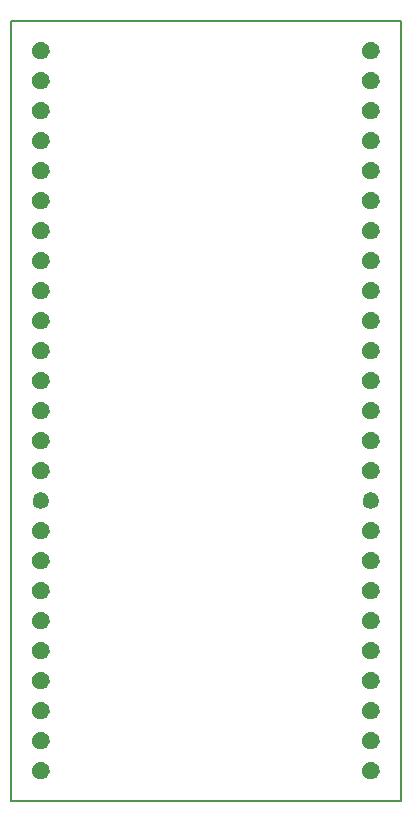
<source format=gbr>
%TF.GenerationSoftware,KiCad,Pcbnew,4.0.2-stable*%
%TF.CreationDate,2021-11-10T19:01:32-08:00*%
%TF.ProjectId,ADC,4144432E6B696361645F706362000000,rev?*%
%TF.FileFunction,Soldermask,Bot*%
%FSLAX46Y46*%
G04 Gerber Fmt 4.6, Leading zero omitted, Abs format (unit mm)*
G04 Created by KiCad (PCBNEW 4.0.2-stable) date 11/10/2021 7:01:32 PM*
%MOMM*%
G01*
G04 APERTURE LIST*
%ADD10C,0.100000*%
%ADD11C,0.150000*%
G04 APERTURE END LIST*
D10*
D11*
X106680000Y-119380000D02*
X106680000Y-53340000D01*
X139700000Y-119380000D02*
X106680000Y-119380000D01*
X139700000Y-53340000D02*
X139700000Y-119380000D01*
X106680000Y-53340000D02*
X139700000Y-53340000D01*
D10*
G36*
X109298702Y-116091198D02*
X109442646Y-116120745D01*
X109578110Y-116177689D01*
X109699932Y-116259860D01*
X109803477Y-116364130D01*
X109884793Y-116486520D01*
X109884794Y-116486523D01*
X109940791Y-116622380D01*
X109962561Y-116732326D01*
X109967263Y-116756070D01*
X109969333Y-116766527D01*
X109966989Y-116934367D01*
X109966949Y-116934543D01*
X109934434Y-117077661D01*
X109874665Y-117211904D01*
X109789963Y-117331976D01*
X109739421Y-117380106D01*
X109683548Y-117433314D01*
X109621512Y-117472683D01*
X109559477Y-117512052D01*
X109422477Y-117565190D01*
X109277762Y-117590708D01*
X109130850Y-117587630D01*
X108987337Y-117556077D01*
X108951240Y-117540306D01*
X108852678Y-117497246D01*
X108852675Y-117497244D01*
X108732012Y-117413382D01*
X108629935Y-117307678D01*
X108550335Y-117184162D01*
X108496242Y-117047538D01*
X108469715Y-116903004D01*
X108471766Y-116756070D01*
X108502318Y-116612337D01*
X108531262Y-116544807D01*
X108560206Y-116477275D01*
X108643225Y-116356028D01*
X108748214Y-116253216D01*
X108871172Y-116172754D01*
X108889052Y-116165530D01*
X109007417Y-116117707D01*
X109151761Y-116090172D01*
X109298702Y-116091198D01*
X109298702Y-116091198D01*
G37*
G36*
X137238702Y-116091198D02*
X137382646Y-116120745D01*
X137518110Y-116177689D01*
X137639932Y-116259860D01*
X137743477Y-116364130D01*
X137824793Y-116486520D01*
X137824794Y-116486523D01*
X137880791Y-116622380D01*
X137902561Y-116732326D01*
X137907263Y-116756070D01*
X137909333Y-116766527D01*
X137906989Y-116934367D01*
X137906949Y-116934543D01*
X137874434Y-117077661D01*
X137814665Y-117211904D01*
X137729963Y-117331976D01*
X137679421Y-117380106D01*
X137623548Y-117433314D01*
X137561512Y-117472683D01*
X137499477Y-117512052D01*
X137362477Y-117565190D01*
X137217762Y-117590708D01*
X137070850Y-117587630D01*
X136927337Y-117556077D01*
X136891240Y-117540306D01*
X136792678Y-117497246D01*
X136792675Y-117497244D01*
X136672012Y-117413382D01*
X136569935Y-117307678D01*
X136490335Y-117184162D01*
X136436242Y-117047538D01*
X136409715Y-116903004D01*
X136411766Y-116756070D01*
X136442318Y-116612337D01*
X136471262Y-116544807D01*
X136500206Y-116477275D01*
X136583225Y-116356028D01*
X136688214Y-116253216D01*
X136811172Y-116172754D01*
X136829052Y-116165530D01*
X136947417Y-116117707D01*
X137091761Y-116090172D01*
X137238702Y-116091198D01*
X137238702Y-116091198D01*
G37*
G36*
X137238702Y-113551198D02*
X137382646Y-113580745D01*
X137518110Y-113637689D01*
X137639932Y-113719860D01*
X137743477Y-113824130D01*
X137824793Y-113946520D01*
X137824794Y-113946523D01*
X137880791Y-114082380D01*
X137902561Y-114192326D01*
X137907263Y-114216070D01*
X137909333Y-114226527D01*
X137906989Y-114394367D01*
X137906949Y-114394543D01*
X137874434Y-114537661D01*
X137814665Y-114671904D01*
X137729963Y-114791976D01*
X137679421Y-114840106D01*
X137623548Y-114893314D01*
X137561513Y-114932682D01*
X137499477Y-114972052D01*
X137362477Y-115025190D01*
X137217762Y-115050708D01*
X137070850Y-115047630D01*
X136927337Y-115016077D01*
X136891240Y-115000306D01*
X136792678Y-114957246D01*
X136792675Y-114957244D01*
X136672012Y-114873382D01*
X136569935Y-114767678D01*
X136490335Y-114644162D01*
X136436242Y-114507538D01*
X136409715Y-114363004D01*
X136411766Y-114216070D01*
X136442318Y-114072337D01*
X136471262Y-114004807D01*
X136500206Y-113937275D01*
X136583225Y-113816028D01*
X136688214Y-113713216D01*
X136811172Y-113632754D01*
X136829052Y-113625530D01*
X136947417Y-113577707D01*
X137091761Y-113550172D01*
X137238702Y-113551198D01*
X137238702Y-113551198D01*
G37*
G36*
X109298702Y-113551198D02*
X109442646Y-113580745D01*
X109578110Y-113637689D01*
X109699932Y-113719860D01*
X109803477Y-113824130D01*
X109884793Y-113946520D01*
X109884794Y-113946523D01*
X109940791Y-114082380D01*
X109962561Y-114192326D01*
X109967263Y-114216070D01*
X109969333Y-114226527D01*
X109966989Y-114394367D01*
X109966949Y-114394543D01*
X109934434Y-114537661D01*
X109874665Y-114671904D01*
X109789963Y-114791976D01*
X109739421Y-114840106D01*
X109683548Y-114893314D01*
X109621513Y-114932682D01*
X109559477Y-114972052D01*
X109422477Y-115025190D01*
X109277762Y-115050708D01*
X109130850Y-115047630D01*
X108987337Y-115016077D01*
X108951240Y-115000306D01*
X108852678Y-114957246D01*
X108852675Y-114957244D01*
X108732012Y-114873382D01*
X108629935Y-114767678D01*
X108550335Y-114644162D01*
X108496242Y-114507538D01*
X108469715Y-114363004D01*
X108471766Y-114216070D01*
X108502318Y-114072337D01*
X108531262Y-114004807D01*
X108560206Y-113937275D01*
X108643225Y-113816028D01*
X108748214Y-113713216D01*
X108871172Y-113632754D01*
X108889052Y-113625530D01*
X109007417Y-113577707D01*
X109151761Y-113550172D01*
X109298702Y-113551198D01*
X109298702Y-113551198D01*
G37*
G36*
X137238702Y-111011198D02*
X137382646Y-111040745D01*
X137518110Y-111097689D01*
X137639932Y-111179860D01*
X137743477Y-111284130D01*
X137824793Y-111406520D01*
X137824794Y-111406523D01*
X137880791Y-111542380D01*
X137902561Y-111652326D01*
X137907263Y-111676070D01*
X137909333Y-111686527D01*
X137906989Y-111854367D01*
X137906949Y-111854543D01*
X137874434Y-111997661D01*
X137814665Y-112131904D01*
X137729963Y-112251976D01*
X137679421Y-112300107D01*
X137623548Y-112353314D01*
X137561513Y-112392682D01*
X137499477Y-112432052D01*
X137362477Y-112485190D01*
X137217762Y-112510708D01*
X137070850Y-112507630D01*
X136927337Y-112476077D01*
X136891240Y-112460306D01*
X136792678Y-112417246D01*
X136792675Y-112417244D01*
X136672012Y-112333382D01*
X136569935Y-112227678D01*
X136490335Y-112104162D01*
X136436242Y-111967538D01*
X136409715Y-111823004D01*
X136411766Y-111676070D01*
X136442318Y-111532337D01*
X136471262Y-111464807D01*
X136500206Y-111397275D01*
X136583225Y-111276028D01*
X136688214Y-111173216D01*
X136811172Y-111092754D01*
X136829052Y-111085530D01*
X136947417Y-111037707D01*
X137091761Y-111010172D01*
X137238702Y-111011198D01*
X137238702Y-111011198D01*
G37*
G36*
X109298702Y-111011198D02*
X109442646Y-111040745D01*
X109578110Y-111097689D01*
X109699932Y-111179860D01*
X109803477Y-111284130D01*
X109884793Y-111406520D01*
X109884794Y-111406523D01*
X109940791Y-111542380D01*
X109962561Y-111652326D01*
X109967263Y-111676070D01*
X109969333Y-111686527D01*
X109966989Y-111854367D01*
X109966949Y-111854543D01*
X109934434Y-111997661D01*
X109874665Y-112131904D01*
X109789963Y-112251976D01*
X109739421Y-112300107D01*
X109683548Y-112353314D01*
X109621513Y-112392682D01*
X109559477Y-112432052D01*
X109422477Y-112485190D01*
X109277762Y-112510708D01*
X109130850Y-112507630D01*
X108987337Y-112476077D01*
X108951240Y-112460306D01*
X108852678Y-112417246D01*
X108852675Y-112417244D01*
X108732012Y-112333382D01*
X108629935Y-112227678D01*
X108550335Y-112104162D01*
X108496242Y-111967538D01*
X108469715Y-111823004D01*
X108471766Y-111676070D01*
X108502318Y-111532337D01*
X108531262Y-111464807D01*
X108560206Y-111397275D01*
X108643225Y-111276028D01*
X108748214Y-111173216D01*
X108871172Y-111092754D01*
X108889052Y-111085530D01*
X109007417Y-111037707D01*
X109151761Y-111010172D01*
X109298702Y-111011198D01*
X109298702Y-111011198D01*
G37*
G36*
X109298702Y-108471198D02*
X109442646Y-108500745D01*
X109578110Y-108557689D01*
X109699932Y-108639860D01*
X109803477Y-108744130D01*
X109884793Y-108866520D01*
X109884794Y-108866523D01*
X109940791Y-109002380D01*
X109962561Y-109112326D01*
X109967263Y-109136070D01*
X109969333Y-109146527D01*
X109966989Y-109314367D01*
X109966949Y-109314543D01*
X109934434Y-109457661D01*
X109874665Y-109591904D01*
X109789963Y-109711976D01*
X109739421Y-109760106D01*
X109683548Y-109813314D01*
X109621513Y-109852682D01*
X109559477Y-109892052D01*
X109422477Y-109945190D01*
X109277762Y-109970708D01*
X109130850Y-109967630D01*
X108987337Y-109936077D01*
X108951240Y-109920306D01*
X108852678Y-109877246D01*
X108852675Y-109877244D01*
X108732012Y-109793382D01*
X108629935Y-109687678D01*
X108550335Y-109564162D01*
X108496242Y-109427538D01*
X108469715Y-109283004D01*
X108471766Y-109136070D01*
X108502318Y-108992337D01*
X108560206Y-108857275D01*
X108643225Y-108736028D01*
X108748214Y-108633216D01*
X108871172Y-108552754D01*
X108889052Y-108545530D01*
X109007417Y-108497707D01*
X109151761Y-108470172D01*
X109298702Y-108471198D01*
X109298702Y-108471198D01*
G37*
G36*
X137238702Y-108471198D02*
X137382646Y-108500745D01*
X137518110Y-108557689D01*
X137639932Y-108639860D01*
X137743477Y-108744130D01*
X137824793Y-108866520D01*
X137824794Y-108866523D01*
X137880791Y-109002380D01*
X137902561Y-109112326D01*
X137907263Y-109136070D01*
X137909333Y-109146527D01*
X137906989Y-109314367D01*
X137906949Y-109314543D01*
X137874434Y-109457661D01*
X137814665Y-109591904D01*
X137729963Y-109711976D01*
X137679421Y-109760106D01*
X137623548Y-109813314D01*
X137561513Y-109852682D01*
X137499477Y-109892052D01*
X137362477Y-109945190D01*
X137217762Y-109970708D01*
X137070850Y-109967630D01*
X136927337Y-109936077D01*
X136891240Y-109920306D01*
X136792678Y-109877246D01*
X136792675Y-109877244D01*
X136672012Y-109793382D01*
X136569935Y-109687678D01*
X136490335Y-109564162D01*
X136436242Y-109427538D01*
X136409715Y-109283004D01*
X136411766Y-109136070D01*
X136442318Y-108992337D01*
X136500206Y-108857275D01*
X136583225Y-108736028D01*
X136688214Y-108633216D01*
X136811172Y-108552754D01*
X136829052Y-108545530D01*
X136947417Y-108497707D01*
X137091761Y-108470172D01*
X137238702Y-108471198D01*
X137238702Y-108471198D01*
G37*
G36*
X137238702Y-105931198D02*
X137382646Y-105960745D01*
X137518110Y-106017689D01*
X137639932Y-106099860D01*
X137743477Y-106204130D01*
X137824793Y-106326520D01*
X137824794Y-106326523D01*
X137880791Y-106462380D01*
X137902561Y-106572326D01*
X137907263Y-106596070D01*
X137909333Y-106606527D01*
X137906989Y-106774367D01*
X137906949Y-106774543D01*
X137874434Y-106917661D01*
X137814665Y-107051904D01*
X137729963Y-107171976D01*
X137679421Y-107220106D01*
X137623548Y-107273314D01*
X137561512Y-107312683D01*
X137499477Y-107352052D01*
X137362477Y-107405190D01*
X137217762Y-107430708D01*
X137070850Y-107427630D01*
X136927337Y-107396077D01*
X136891240Y-107380306D01*
X136792678Y-107337246D01*
X136792675Y-107337244D01*
X136672012Y-107253382D01*
X136569935Y-107147678D01*
X136490335Y-107024162D01*
X136436242Y-106887538D01*
X136409715Y-106743004D01*
X136411766Y-106596070D01*
X136442318Y-106452337D01*
X136500206Y-106317275D01*
X136583225Y-106196028D01*
X136688214Y-106093216D01*
X136811172Y-106012754D01*
X136829052Y-106005530D01*
X136947417Y-105957707D01*
X137091761Y-105930172D01*
X137238702Y-105931198D01*
X137238702Y-105931198D01*
G37*
G36*
X109298702Y-105931198D02*
X109442646Y-105960745D01*
X109578110Y-106017689D01*
X109699932Y-106099860D01*
X109803477Y-106204130D01*
X109884793Y-106326520D01*
X109884794Y-106326523D01*
X109940791Y-106462380D01*
X109962561Y-106572326D01*
X109967263Y-106596070D01*
X109969333Y-106606527D01*
X109966989Y-106774367D01*
X109966949Y-106774543D01*
X109934434Y-106917661D01*
X109874665Y-107051904D01*
X109789963Y-107171976D01*
X109739421Y-107220106D01*
X109683548Y-107273314D01*
X109621512Y-107312683D01*
X109559477Y-107352052D01*
X109422477Y-107405190D01*
X109277762Y-107430708D01*
X109130850Y-107427630D01*
X108987337Y-107396077D01*
X108951240Y-107380306D01*
X108852678Y-107337246D01*
X108852675Y-107337244D01*
X108732012Y-107253382D01*
X108629935Y-107147678D01*
X108550335Y-107024162D01*
X108496242Y-106887538D01*
X108469715Y-106743004D01*
X108471766Y-106596070D01*
X108502318Y-106452337D01*
X108560206Y-106317275D01*
X108643225Y-106196028D01*
X108748214Y-106093216D01*
X108871172Y-106012754D01*
X108889052Y-106005530D01*
X109007417Y-105957707D01*
X109151761Y-105930172D01*
X109298702Y-105931198D01*
X109298702Y-105931198D01*
G37*
G36*
X109298702Y-103391198D02*
X109442646Y-103420745D01*
X109578110Y-103477689D01*
X109699932Y-103559860D01*
X109803477Y-103664130D01*
X109884793Y-103786520D01*
X109884794Y-103786523D01*
X109940791Y-103922380D01*
X109962561Y-104032326D01*
X109967263Y-104056070D01*
X109969333Y-104066527D01*
X109966989Y-104234367D01*
X109966949Y-104234543D01*
X109934434Y-104377661D01*
X109874665Y-104511904D01*
X109789963Y-104631976D01*
X109739421Y-104680107D01*
X109683548Y-104733314D01*
X109621512Y-104772683D01*
X109559477Y-104812052D01*
X109422477Y-104865190D01*
X109277762Y-104890708D01*
X109130850Y-104887630D01*
X108987337Y-104856077D01*
X108951240Y-104840306D01*
X108852678Y-104797246D01*
X108852675Y-104797244D01*
X108732012Y-104713382D01*
X108629935Y-104607678D01*
X108550335Y-104484162D01*
X108496242Y-104347538D01*
X108469715Y-104203004D01*
X108471766Y-104056070D01*
X108502318Y-103912337D01*
X108531262Y-103844807D01*
X108560206Y-103777275D01*
X108643225Y-103656028D01*
X108748214Y-103553216D01*
X108871172Y-103472754D01*
X108889052Y-103465530D01*
X109007417Y-103417707D01*
X109151761Y-103390172D01*
X109298702Y-103391198D01*
X109298702Y-103391198D01*
G37*
G36*
X137238702Y-103391198D02*
X137382646Y-103420745D01*
X137518110Y-103477689D01*
X137639932Y-103559860D01*
X137743477Y-103664130D01*
X137824793Y-103786520D01*
X137824794Y-103786523D01*
X137880791Y-103922380D01*
X137902561Y-104032326D01*
X137907263Y-104056070D01*
X137909333Y-104066527D01*
X137906989Y-104234367D01*
X137906949Y-104234543D01*
X137874434Y-104377661D01*
X137814665Y-104511904D01*
X137729963Y-104631976D01*
X137679421Y-104680107D01*
X137623548Y-104733314D01*
X137561512Y-104772683D01*
X137499477Y-104812052D01*
X137362477Y-104865190D01*
X137217762Y-104890708D01*
X137070850Y-104887630D01*
X136927337Y-104856077D01*
X136891240Y-104840306D01*
X136792678Y-104797246D01*
X136792675Y-104797244D01*
X136672012Y-104713382D01*
X136569935Y-104607678D01*
X136490335Y-104484162D01*
X136436242Y-104347538D01*
X136409715Y-104203004D01*
X136411766Y-104056070D01*
X136442318Y-103912337D01*
X136471262Y-103844807D01*
X136500206Y-103777275D01*
X136583225Y-103656028D01*
X136688214Y-103553216D01*
X136811172Y-103472754D01*
X136829052Y-103465530D01*
X136947417Y-103417707D01*
X137091761Y-103390172D01*
X137238702Y-103391198D01*
X137238702Y-103391198D01*
G37*
G36*
X137238702Y-100851198D02*
X137382646Y-100880745D01*
X137518110Y-100937689D01*
X137639932Y-101019860D01*
X137743477Y-101124130D01*
X137824793Y-101246520D01*
X137824794Y-101246523D01*
X137880791Y-101382380D01*
X137902561Y-101492326D01*
X137907263Y-101516070D01*
X137909333Y-101526527D01*
X137906989Y-101694367D01*
X137906949Y-101694543D01*
X137874434Y-101837661D01*
X137814665Y-101971904D01*
X137729963Y-102091976D01*
X137679421Y-102140107D01*
X137623548Y-102193314D01*
X137561513Y-102232682D01*
X137499477Y-102272052D01*
X137362477Y-102325190D01*
X137217762Y-102350708D01*
X137070850Y-102347630D01*
X136927337Y-102316077D01*
X136891240Y-102300306D01*
X136792678Y-102257246D01*
X136792675Y-102257244D01*
X136672012Y-102173382D01*
X136569935Y-102067678D01*
X136490335Y-101944162D01*
X136436242Y-101807538D01*
X136409715Y-101663004D01*
X136411766Y-101516070D01*
X136442318Y-101372337D01*
X136500206Y-101237275D01*
X136583225Y-101116028D01*
X136688214Y-101013216D01*
X136811172Y-100932754D01*
X136829052Y-100925530D01*
X136947417Y-100877707D01*
X137091761Y-100850172D01*
X137238702Y-100851198D01*
X137238702Y-100851198D01*
G37*
G36*
X109298702Y-100851198D02*
X109442646Y-100880745D01*
X109578110Y-100937689D01*
X109699932Y-101019860D01*
X109803477Y-101124130D01*
X109884793Y-101246520D01*
X109884794Y-101246523D01*
X109940791Y-101382380D01*
X109962561Y-101492326D01*
X109967263Y-101516070D01*
X109969333Y-101526527D01*
X109966989Y-101694367D01*
X109966949Y-101694543D01*
X109934434Y-101837661D01*
X109874665Y-101971904D01*
X109789963Y-102091976D01*
X109739421Y-102140107D01*
X109683548Y-102193314D01*
X109621513Y-102232682D01*
X109559477Y-102272052D01*
X109422477Y-102325190D01*
X109277762Y-102350708D01*
X109130850Y-102347630D01*
X108987337Y-102316077D01*
X108951240Y-102300306D01*
X108852678Y-102257246D01*
X108852675Y-102257244D01*
X108732012Y-102173382D01*
X108629935Y-102067678D01*
X108550335Y-101944162D01*
X108496242Y-101807538D01*
X108469715Y-101663004D01*
X108471766Y-101516070D01*
X108502318Y-101372337D01*
X108560206Y-101237275D01*
X108643225Y-101116028D01*
X108748214Y-101013216D01*
X108871172Y-100932754D01*
X108889052Y-100925530D01*
X109007417Y-100877707D01*
X109151761Y-100850172D01*
X109298702Y-100851198D01*
X109298702Y-100851198D01*
G37*
G36*
X109298702Y-98311198D02*
X109442646Y-98340745D01*
X109578110Y-98397689D01*
X109699932Y-98479860D01*
X109803477Y-98584130D01*
X109884793Y-98706520D01*
X109884794Y-98706523D01*
X109940791Y-98842380D01*
X109962561Y-98952326D01*
X109967263Y-98976070D01*
X109969333Y-98986527D01*
X109966989Y-99154367D01*
X109966949Y-99154543D01*
X109934434Y-99297661D01*
X109874665Y-99431904D01*
X109789963Y-99551976D01*
X109739421Y-99600106D01*
X109683548Y-99653314D01*
X109621513Y-99692682D01*
X109559477Y-99732052D01*
X109422477Y-99785190D01*
X109277762Y-99810708D01*
X109130850Y-99807630D01*
X108987337Y-99776077D01*
X108951240Y-99760306D01*
X108852678Y-99717246D01*
X108852675Y-99717244D01*
X108732012Y-99633382D01*
X108629935Y-99527678D01*
X108550335Y-99404162D01*
X108496242Y-99267538D01*
X108469715Y-99123004D01*
X108471766Y-98976070D01*
X108502318Y-98832337D01*
X108560206Y-98697275D01*
X108643225Y-98576028D01*
X108748214Y-98473216D01*
X108871172Y-98392754D01*
X108889052Y-98385530D01*
X109007417Y-98337707D01*
X109151761Y-98310172D01*
X109298702Y-98311198D01*
X109298702Y-98311198D01*
G37*
G36*
X137238702Y-98311198D02*
X137382646Y-98340745D01*
X137518110Y-98397689D01*
X137639932Y-98479860D01*
X137743477Y-98584130D01*
X137824793Y-98706520D01*
X137824794Y-98706523D01*
X137880791Y-98842380D01*
X137902561Y-98952326D01*
X137907263Y-98976070D01*
X137909333Y-98986527D01*
X137906989Y-99154367D01*
X137906949Y-99154543D01*
X137874434Y-99297661D01*
X137814665Y-99431904D01*
X137729963Y-99551976D01*
X137679421Y-99600106D01*
X137623548Y-99653314D01*
X137561513Y-99692682D01*
X137499477Y-99732052D01*
X137362477Y-99785190D01*
X137217762Y-99810708D01*
X137070850Y-99807630D01*
X136927337Y-99776077D01*
X136891240Y-99760306D01*
X136792678Y-99717246D01*
X136792675Y-99717244D01*
X136672012Y-99633382D01*
X136569935Y-99527678D01*
X136490335Y-99404162D01*
X136436242Y-99267538D01*
X136409715Y-99123004D01*
X136411766Y-98976070D01*
X136442318Y-98832337D01*
X136500206Y-98697275D01*
X136583225Y-98576028D01*
X136688214Y-98473216D01*
X136811172Y-98392754D01*
X136829052Y-98385530D01*
X136947417Y-98337707D01*
X137091761Y-98310172D01*
X137238702Y-98311198D01*
X137238702Y-98311198D01*
G37*
G36*
X109298702Y-95771198D02*
X109442646Y-95800745D01*
X109578110Y-95857689D01*
X109699932Y-95939860D01*
X109803477Y-96044130D01*
X109884793Y-96166520D01*
X109884794Y-96166523D01*
X109940791Y-96302380D01*
X109962561Y-96412326D01*
X109967263Y-96436070D01*
X109969333Y-96446527D01*
X109966989Y-96614367D01*
X109966949Y-96614543D01*
X109934434Y-96757661D01*
X109874665Y-96891904D01*
X109789963Y-97011976D01*
X109739421Y-97060106D01*
X109683548Y-97113314D01*
X109621513Y-97152682D01*
X109559477Y-97192052D01*
X109422477Y-97245190D01*
X109277762Y-97270708D01*
X109130850Y-97267630D01*
X108987337Y-97236077D01*
X108951240Y-97220306D01*
X108852678Y-97177246D01*
X108852675Y-97177244D01*
X108732012Y-97093382D01*
X108629935Y-96987678D01*
X108550335Y-96864162D01*
X108496242Y-96727538D01*
X108469715Y-96583004D01*
X108471766Y-96436070D01*
X108502318Y-96292337D01*
X108531262Y-96224807D01*
X108560206Y-96157275D01*
X108643225Y-96036028D01*
X108748214Y-95933216D01*
X108871172Y-95852754D01*
X108889052Y-95845530D01*
X109007417Y-95797707D01*
X109151761Y-95770172D01*
X109298702Y-95771198D01*
X109298702Y-95771198D01*
G37*
G36*
X137238702Y-95771198D02*
X137382646Y-95800745D01*
X137518110Y-95857689D01*
X137639932Y-95939860D01*
X137743477Y-96044130D01*
X137824793Y-96166520D01*
X137824794Y-96166523D01*
X137880791Y-96302380D01*
X137902561Y-96412326D01*
X137907263Y-96436070D01*
X137909333Y-96446527D01*
X137906989Y-96614367D01*
X137906949Y-96614543D01*
X137874434Y-96757661D01*
X137814665Y-96891904D01*
X137729963Y-97011976D01*
X137679421Y-97060106D01*
X137623548Y-97113314D01*
X137561512Y-97152683D01*
X137499477Y-97192052D01*
X137362477Y-97245190D01*
X137217762Y-97270708D01*
X137070850Y-97267630D01*
X136927337Y-97236077D01*
X136891240Y-97220306D01*
X136792678Y-97177246D01*
X136792675Y-97177244D01*
X136672012Y-97093382D01*
X136569935Y-96987678D01*
X136490335Y-96864162D01*
X136436242Y-96727538D01*
X136409715Y-96583004D01*
X136411766Y-96436070D01*
X136442318Y-96292337D01*
X136471262Y-96224807D01*
X136500206Y-96157275D01*
X136583225Y-96036028D01*
X136688214Y-95933216D01*
X136811172Y-95852754D01*
X136829052Y-95845530D01*
X136947417Y-95797707D01*
X137091761Y-95770172D01*
X137238702Y-95771198D01*
X137238702Y-95771198D01*
G37*
G36*
X109292032Y-93294656D02*
X109423778Y-93321699D01*
X109547762Y-93373817D01*
X109659260Y-93449024D01*
X109754030Y-93544458D01*
X109828458Y-93656479D01*
X109879708Y-93780822D01*
X109905795Y-93912574D01*
X109905795Y-93912582D01*
X109905829Y-93912754D01*
X109903684Y-94066369D01*
X109903645Y-94066540D01*
X109903645Y-94066546D01*
X109873889Y-94197521D01*
X109819185Y-94320387D01*
X109741662Y-94430283D01*
X109644265Y-94523033D01*
X109530708Y-94595098D01*
X109405318Y-94643733D01*
X109272867Y-94667089D01*
X109138405Y-94664272D01*
X109007055Y-94635393D01*
X108883803Y-94581546D01*
X108773367Y-94504790D01*
X108679941Y-94408045D01*
X108607086Y-94294996D01*
X108557577Y-94169951D01*
X108533298Y-94037666D01*
X108535176Y-93903183D01*
X108563138Y-93771630D01*
X108616120Y-93648015D01*
X108692104Y-93537043D01*
X108788195Y-93442944D01*
X108900736Y-93369299D01*
X109025431Y-93318919D01*
X109157545Y-93293716D01*
X109292032Y-93294656D01*
X109292032Y-93294656D01*
G37*
G36*
X137232032Y-93294656D02*
X137363778Y-93321699D01*
X137487762Y-93373817D01*
X137599260Y-93449024D01*
X137694030Y-93544458D01*
X137768458Y-93656479D01*
X137819708Y-93780822D01*
X137845795Y-93912574D01*
X137845795Y-93912582D01*
X137845829Y-93912754D01*
X137843684Y-94066369D01*
X137843645Y-94066540D01*
X137843645Y-94066546D01*
X137813889Y-94197521D01*
X137759185Y-94320387D01*
X137681662Y-94430283D01*
X137584265Y-94523033D01*
X137470708Y-94595098D01*
X137345318Y-94643733D01*
X137212867Y-94667089D01*
X137078405Y-94664272D01*
X136947055Y-94635393D01*
X136823803Y-94581546D01*
X136713367Y-94504790D01*
X136619941Y-94408045D01*
X136547086Y-94294996D01*
X136497577Y-94169951D01*
X136473298Y-94037666D01*
X136475176Y-93903183D01*
X136503138Y-93771630D01*
X136556120Y-93648015D01*
X136632104Y-93537043D01*
X136728195Y-93442944D01*
X136840736Y-93369299D01*
X136965431Y-93318919D01*
X137097545Y-93293716D01*
X137232032Y-93294656D01*
X137232032Y-93294656D01*
G37*
G36*
X109298702Y-90691198D02*
X109442646Y-90720745D01*
X109578110Y-90777689D01*
X109699932Y-90859860D01*
X109803477Y-90964130D01*
X109884793Y-91086520D01*
X109884794Y-91086523D01*
X109940791Y-91222380D01*
X109962561Y-91332326D01*
X109967263Y-91356070D01*
X109969333Y-91366527D01*
X109966989Y-91534367D01*
X109966949Y-91534543D01*
X109934434Y-91677661D01*
X109874665Y-91811904D01*
X109789963Y-91931976D01*
X109739421Y-91980107D01*
X109683548Y-92033314D01*
X109621512Y-92072683D01*
X109559477Y-92112052D01*
X109422477Y-92165190D01*
X109277762Y-92190708D01*
X109130850Y-92187630D01*
X108987337Y-92156077D01*
X108951240Y-92140306D01*
X108852678Y-92097246D01*
X108852675Y-92097244D01*
X108732012Y-92013382D01*
X108629935Y-91907678D01*
X108550335Y-91784162D01*
X108496242Y-91647538D01*
X108469715Y-91503004D01*
X108471766Y-91356070D01*
X108502318Y-91212337D01*
X108560206Y-91077275D01*
X108643225Y-90956028D01*
X108748214Y-90853216D01*
X108871172Y-90772754D01*
X108889052Y-90765530D01*
X109007417Y-90717707D01*
X109151761Y-90690172D01*
X109298702Y-90691198D01*
X109298702Y-90691198D01*
G37*
G36*
X137238702Y-90691198D02*
X137382646Y-90720745D01*
X137518110Y-90777689D01*
X137639932Y-90859860D01*
X137743477Y-90964130D01*
X137824793Y-91086520D01*
X137824794Y-91086523D01*
X137880791Y-91222380D01*
X137902561Y-91332326D01*
X137907263Y-91356070D01*
X137909333Y-91366527D01*
X137906989Y-91534367D01*
X137906949Y-91534543D01*
X137874434Y-91677661D01*
X137814665Y-91811904D01*
X137729963Y-91931976D01*
X137679421Y-91980107D01*
X137623548Y-92033314D01*
X137561513Y-92072682D01*
X137499477Y-92112052D01*
X137362477Y-92165190D01*
X137217762Y-92190708D01*
X137070850Y-92187630D01*
X136927337Y-92156077D01*
X136891240Y-92140306D01*
X136792678Y-92097246D01*
X136792675Y-92097244D01*
X136672012Y-92013382D01*
X136569935Y-91907678D01*
X136490335Y-91784162D01*
X136436242Y-91647538D01*
X136409715Y-91503004D01*
X136411766Y-91356070D01*
X136442318Y-91212337D01*
X136500206Y-91077275D01*
X136583225Y-90956028D01*
X136688214Y-90853216D01*
X136811172Y-90772754D01*
X136829052Y-90765530D01*
X136947417Y-90717707D01*
X137091761Y-90690172D01*
X137238702Y-90691198D01*
X137238702Y-90691198D01*
G37*
G36*
X109298702Y-88151198D02*
X109442646Y-88180745D01*
X109578110Y-88237689D01*
X109699932Y-88319860D01*
X109803477Y-88424130D01*
X109884793Y-88546520D01*
X109884794Y-88546523D01*
X109940791Y-88682380D01*
X109962561Y-88792326D01*
X109967263Y-88816070D01*
X109969333Y-88826527D01*
X109966989Y-88994367D01*
X109966949Y-88994543D01*
X109934434Y-89137661D01*
X109874665Y-89271904D01*
X109789963Y-89391976D01*
X109739421Y-89440106D01*
X109683548Y-89493314D01*
X109621513Y-89532682D01*
X109559477Y-89572052D01*
X109422477Y-89625190D01*
X109277762Y-89650708D01*
X109130850Y-89647630D01*
X108987337Y-89616077D01*
X108951240Y-89600306D01*
X108852678Y-89557246D01*
X108852675Y-89557244D01*
X108732012Y-89473382D01*
X108629935Y-89367678D01*
X108550335Y-89244162D01*
X108496242Y-89107538D01*
X108469715Y-88963004D01*
X108471766Y-88816070D01*
X108502318Y-88672337D01*
X108560206Y-88537275D01*
X108643225Y-88416028D01*
X108748214Y-88313216D01*
X108871172Y-88232754D01*
X108889052Y-88225530D01*
X109007417Y-88177707D01*
X109151761Y-88150172D01*
X109298702Y-88151198D01*
X109298702Y-88151198D01*
G37*
G36*
X137238702Y-88151198D02*
X137382646Y-88180745D01*
X137518110Y-88237689D01*
X137639932Y-88319860D01*
X137743477Y-88424130D01*
X137824793Y-88546520D01*
X137824794Y-88546523D01*
X137880791Y-88682380D01*
X137902561Y-88792326D01*
X137907263Y-88816070D01*
X137909333Y-88826527D01*
X137906989Y-88994367D01*
X137906949Y-88994543D01*
X137874434Y-89137661D01*
X137814665Y-89271904D01*
X137729963Y-89391976D01*
X137679421Y-89440106D01*
X137623548Y-89493314D01*
X137561513Y-89532682D01*
X137499477Y-89572052D01*
X137362477Y-89625190D01*
X137217762Y-89650708D01*
X137070850Y-89647630D01*
X136927337Y-89616077D01*
X136891240Y-89600306D01*
X136792678Y-89557246D01*
X136792675Y-89557244D01*
X136672012Y-89473382D01*
X136569935Y-89367678D01*
X136490335Y-89244162D01*
X136436242Y-89107538D01*
X136409715Y-88963004D01*
X136411766Y-88816070D01*
X136442318Y-88672337D01*
X136500206Y-88537275D01*
X136583225Y-88416028D01*
X136688214Y-88313216D01*
X136811172Y-88232754D01*
X136829052Y-88225530D01*
X136947417Y-88177707D01*
X137091761Y-88150172D01*
X137238702Y-88151198D01*
X137238702Y-88151198D01*
G37*
G36*
X109298702Y-85611198D02*
X109442646Y-85640745D01*
X109578110Y-85697689D01*
X109699932Y-85779860D01*
X109803477Y-85884130D01*
X109884793Y-86006520D01*
X109884794Y-86006523D01*
X109940791Y-86142380D01*
X109962561Y-86252326D01*
X109967263Y-86276070D01*
X109969333Y-86286527D01*
X109966989Y-86454367D01*
X109966949Y-86454543D01*
X109934434Y-86597661D01*
X109874665Y-86731904D01*
X109789963Y-86851976D01*
X109739421Y-86900106D01*
X109683548Y-86953314D01*
X109621513Y-86992682D01*
X109559477Y-87032052D01*
X109422477Y-87085190D01*
X109277762Y-87110708D01*
X109130850Y-87107630D01*
X108987337Y-87076077D01*
X108951240Y-87060306D01*
X108852678Y-87017246D01*
X108852675Y-87017244D01*
X108732012Y-86933382D01*
X108629935Y-86827678D01*
X108550335Y-86704162D01*
X108496242Y-86567538D01*
X108469715Y-86423004D01*
X108471766Y-86276070D01*
X108502318Y-86132337D01*
X108531262Y-86064807D01*
X108560206Y-85997275D01*
X108643225Y-85876028D01*
X108748214Y-85773216D01*
X108871172Y-85692754D01*
X108889052Y-85685530D01*
X109007417Y-85637707D01*
X109151761Y-85610172D01*
X109298702Y-85611198D01*
X109298702Y-85611198D01*
G37*
G36*
X137238702Y-85611198D02*
X137382646Y-85640745D01*
X137518110Y-85697689D01*
X137639932Y-85779860D01*
X137743477Y-85884130D01*
X137824793Y-86006520D01*
X137824794Y-86006523D01*
X137880791Y-86142380D01*
X137902561Y-86252326D01*
X137907263Y-86276070D01*
X137909333Y-86286527D01*
X137906989Y-86454367D01*
X137906949Y-86454543D01*
X137874434Y-86597661D01*
X137814665Y-86731904D01*
X137729963Y-86851976D01*
X137679421Y-86900106D01*
X137623548Y-86953314D01*
X137561513Y-86992682D01*
X137499477Y-87032052D01*
X137362477Y-87085190D01*
X137217762Y-87110708D01*
X137070850Y-87107630D01*
X136927337Y-87076077D01*
X136891240Y-87060306D01*
X136792678Y-87017246D01*
X136792675Y-87017244D01*
X136672012Y-86933382D01*
X136569935Y-86827678D01*
X136490335Y-86704162D01*
X136436242Y-86567538D01*
X136409715Y-86423004D01*
X136411766Y-86276070D01*
X136442318Y-86132337D01*
X136471262Y-86064807D01*
X136500206Y-85997275D01*
X136583225Y-85876028D01*
X136688214Y-85773216D01*
X136811172Y-85692754D01*
X136829052Y-85685530D01*
X136947417Y-85637707D01*
X137091761Y-85610172D01*
X137238702Y-85611198D01*
X137238702Y-85611198D01*
G37*
G36*
X109298702Y-83071198D02*
X109442646Y-83100745D01*
X109578110Y-83157689D01*
X109699932Y-83239860D01*
X109803477Y-83344130D01*
X109884793Y-83466520D01*
X109884794Y-83466523D01*
X109940791Y-83602380D01*
X109962561Y-83712326D01*
X109967263Y-83736070D01*
X109969333Y-83746527D01*
X109966989Y-83914367D01*
X109966949Y-83914543D01*
X109934434Y-84057661D01*
X109874665Y-84191904D01*
X109789963Y-84311976D01*
X109739421Y-84360106D01*
X109683548Y-84413314D01*
X109621512Y-84452683D01*
X109559477Y-84492052D01*
X109422477Y-84545190D01*
X109277762Y-84570708D01*
X109130850Y-84567630D01*
X108987337Y-84536077D01*
X108951240Y-84520306D01*
X108852678Y-84477246D01*
X108852675Y-84477244D01*
X108732012Y-84393382D01*
X108629935Y-84287678D01*
X108550335Y-84164162D01*
X108496242Y-84027538D01*
X108469715Y-83883004D01*
X108471766Y-83736070D01*
X108502318Y-83592337D01*
X108560206Y-83457275D01*
X108643225Y-83336028D01*
X108748214Y-83233216D01*
X108871172Y-83152754D01*
X108889052Y-83145530D01*
X109007417Y-83097707D01*
X109151761Y-83070172D01*
X109298702Y-83071198D01*
X109298702Y-83071198D01*
G37*
G36*
X137238702Y-83071198D02*
X137382646Y-83100745D01*
X137518110Y-83157689D01*
X137639932Y-83239860D01*
X137743477Y-83344130D01*
X137824793Y-83466520D01*
X137824794Y-83466523D01*
X137880791Y-83602380D01*
X137902561Y-83712326D01*
X137907263Y-83736070D01*
X137909333Y-83746527D01*
X137906989Y-83914367D01*
X137906949Y-83914543D01*
X137874434Y-84057661D01*
X137814665Y-84191904D01*
X137729963Y-84311976D01*
X137679421Y-84360106D01*
X137623548Y-84413314D01*
X137561512Y-84452683D01*
X137499477Y-84492052D01*
X137362477Y-84545190D01*
X137217762Y-84570708D01*
X137070850Y-84567630D01*
X136927337Y-84536077D01*
X136891240Y-84520306D01*
X136792678Y-84477246D01*
X136792675Y-84477244D01*
X136672012Y-84393382D01*
X136569935Y-84287678D01*
X136490335Y-84164162D01*
X136436242Y-84027538D01*
X136409715Y-83883004D01*
X136411766Y-83736070D01*
X136442318Y-83592337D01*
X136500206Y-83457275D01*
X136583225Y-83336028D01*
X136688214Y-83233216D01*
X136811172Y-83152754D01*
X136829052Y-83145530D01*
X136947417Y-83097707D01*
X137091761Y-83070172D01*
X137238702Y-83071198D01*
X137238702Y-83071198D01*
G37*
G36*
X109298702Y-80531198D02*
X109442646Y-80560745D01*
X109578110Y-80617689D01*
X109699932Y-80699860D01*
X109803477Y-80804130D01*
X109884793Y-80926520D01*
X109884794Y-80926523D01*
X109940791Y-81062380D01*
X109962561Y-81172326D01*
X109967263Y-81196070D01*
X109969333Y-81206527D01*
X109966989Y-81374367D01*
X109966949Y-81374543D01*
X109934434Y-81517661D01*
X109874665Y-81651904D01*
X109789963Y-81771976D01*
X109739421Y-81820107D01*
X109683548Y-81873314D01*
X109621513Y-81912682D01*
X109559477Y-81952052D01*
X109422477Y-82005190D01*
X109277762Y-82030708D01*
X109130850Y-82027630D01*
X108987337Y-81996077D01*
X108951240Y-81980306D01*
X108852678Y-81937246D01*
X108852675Y-81937244D01*
X108732012Y-81853382D01*
X108629935Y-81747678D01*
X108550335Y-81624162D01*
X108496242Y-81487538D01*
X108469715Y-81343004D01*
X108471766Y-81196070D01*
X108502318Y-81052337D01*
X108531262Y-80984807D01*
X108560206Y-80917275D01*
X108643225Y-80796028D01*
X108748214Y-80693216D01*
X108871172Y-80612754D01*
X108889052Y-80605530D01*
X109007417Y-80557707D01*
X109151761Y-80530172D01*
X109298702Y-80531198D01*
X109298702Y-80531198D01*
G37*
G36*
X137238702Y-80531198D02*
X137382646Y-80560745D01*
X137518110Y-80617689D01*
X137639932Y-80699860D01*
X137743477Y-80804130D01*
X137824793Y-80926520D01*
X137824794Y-80926523D01*
X137880791Y-81062380D01*
X137902561Y-81172326D01*
X137907263Y-81196070D01*
X137909333Y-81206527D01*
X137906989Y-81374367D01*
X137906949Y-81374543D01*
X137874434Y-81517661D01*
X137814665Y-81651904D01*
X137729963Y-81771976D01*
X137679421Y-81820107D01*
X137623548Y-81873314D01*
X137561513Y-81912682D01*
X137499477Y-81952052D01*
X137362477Y-82005190D01*
X137217762Y-82030708D01*
X137070850Y-82027630D01*
X136927337Y-81996077D01*
X136891240Y-81980306D01*
X136792678Y-81937246D01*
X136792675Y-81937244D01*
X136672012Y-81853382D01*
X136569935Y-81747678D01*
X136490335Y-81624162D01*
X136436242Y-81487538D01*
X136409715Y-81343004D01*
X136411766Y-81196070D01*
X136442318Y-81052337D01*
X136471262Y-80984807D01*
X136500206Y-80917275D01*
X136583225Y-80796028D01*
X136688214Y-80693216D01*
X136811172Y-80612754D01*
X136829052Y-80605530D01*
X136947417Y-80557707D01*
X137091761Y-80530172D01*
X137238702Y-80531198D01*
X137238702Y-80531198D01*
G37*
G36*
X109298702Y-77991198D02*
X109442646Y-78020745D01*
X109578110Y-78077689D01*
X109699932Y-78159860D01*
X109803477Y-78264130D01*
X109884793Y-78386520D01*
X109884794Y-78386523D01*
X109940791Y-78522380D01*
X109962561Y-78632326D01*
X109967263Y-78656070D01*
X109969333Y-78666527D01*
X109966989Y-78834367D01*
X109966949Y-78834543D01*
X109934434Y-78977661D01*
X109874665Y-79111904D01*
X109789963Y-79231976D01*
X109739421Y-79280107D01*
X109683548Y-79333314D01*
X109621512Y-79372683D01*
X109559477Y-79412052D01*
X109422477Y-79465190D01*
X109277762Y-79490708D01*
X109130850Y-79487630D01*
X108987337Y-79456077D01*
X108951240Y-79440306D01*
X108852678Y-79397246D01*
X108852675Y-79397244D01*
X108732012Y-79313382D01*
X108629935Y-79207678D01*
X108550335Y-79084162D01*
X108496242Y-78947538D01*
X108469715Y-78803004D01*
X108471766Y-78656070D01*
X108502318Y-78512337D01*
X108531262Y-78444807D01*
X108560206Y-78377275D01*
X108643225Y-78256028D01*
X108748214Y-78153216D01*
X108871172Y-78072754D01*
X108889052Y-78065530D01*
X109007417Y-78017707D01*
X109151761Y-77990172D01*
X109298702Y-77991198D01*
X109298702Y-77991198D01*
G37*
G36*
X137238702Y-77991198D02*
X137382646Y-78020745D01*
X137518110Y-78077689D01*
X137639932Y-78159860D01*
X137743477Y-78264130D01*
X137824793Y-78386520D01*
X137824794Y-78386523D01*
X137880791Y-78522380D01*
X137902561Y-78632326D01*
X137907263Y-78656070D01*
X137909333Y-78666527D01*
X137906989Y-78834367D01*
X137906949Y-78834543D01*
X137874434Y-78977661D01*
X137814665Y-79111904D01*
X137729963Y-79231976D01*
X137679421Y-79280107D01*
X137623548Y-79333314D01*
X137561512Y-79372683D01*
X137499477Y-79412052D01*
X137362477Y-79465190D01*
X137217762Y-79490708D01*
X137070850Y-79487630D01*
X136927337Y-79456077D01*
X136891240Y-79440306D01*
X136792678Y-79397246D01*
X136792675Y-79397244D01*
X136672012Y-79313382D01*
X136569935Y-79207678D01*
X136490335Y-79084162D01*
X136436242Y-78947538D01*
X136409715Y-78803004D01*
X136411766Y-78656070D01*
X136442318Y-78512337D01*
X136471262Y-78444807D01*
X136500206Y-78377275D01*
X136583225Y-78256028D01*
X136688214Y-78153216D01*
X136811172Y-78072754D01*
X136829052Y-78065530D01*
X136947417Y-78017707D01*
X137091761Y-77990172D01*
X137238702Y-77991198D01*
X137238702Y-77991198D01*
G37*
G36*
X137238702Y-75451198D02*
X137382646Y-75480745D01*
X137518110Y-75537689D01*
X137639932Y-75619860D01*
X137743477Y-75724130D01*
X137824793Y-75846520D01*
X137824794Y-75846523D01*
X137880791Y-75982380D01*
X137902561Y-76092326D01*
X137907263Y-76116070D01*
X137909333Y-76126527D01*
X137906989Y-76294367D01*
X137906949Y-76294543D01*
X137874434Y-76437661D01*
X137814665Y-76571904D01*
X137729963Y-76691976D01*
X137679421Y-76740106D01*
X137623548Y-76793314D01*
X137561513Y-76832682D01*
X137499477Y-76872052D01*
X137362477Y-76925190D01*
X137217762Y-76950708D01*
X137070850Y-76947630D01*
X136927337Y-76916077D01*
X136891240Y-76900306D01*
X136792678Y-76857246D01*
X136792675Y-76857244D01*
X136672012Y-76773382D01*
X136569935Y-76667678D01*
X136490335Y-76544162D01*
X136436242Y-76407538D01*
X136409715Y-76263004D01*
X136411766Y-76116070D01*
X136442318Y-75972337D01*
X136471262Y-75904807D01*
X136500206Y-75837275D01*
X136583225Y-75716028D01*
X136688214Y-75613216D01*
X136811172Y-75532754D01*
X136829052Y-75525530D01*
X136947417Y-75477707D01*
X137091761Y-75450172D01*
X137238702Y-75451198D01*
X137238702Y-75451198D01*
G37*
G36*
X109298702Y-75451198D02*
X109442646Y-75480745D01*
X109578110Y-75537689D01*
X109699932Y-75619860D01*
X109803477Y-75724130D01*
X109884793Y-75846520D01*
X109884794Y-75846523D01*
X109940791Y-75982380D01*
X109962561Y-76092326D01*
X109967263Y-76116070D01*
X109969333Y-76126527D01*
X109966989Y-76294367D01*
X109966949Y-76294543D01*
X109934434Y-76437661D01*
X109874665Y-76571904D01*
X109789963Y-76691976D01*
X109739421Y-76740106D01*
X109683548Y-76793314D01*
X109621513Y-76832682D01*
X109559477Y-76872052D01*
X109422477Y-76925190D01*
X109277762Y-76950708D01*
X109130850Y-76947630D01*
X108987337Y-76916077D01*
X108951240Y-76900306D01*
X108852678Y-76857246D01*
X108852675Y-76857244D01*
X108732012Y-76773382D01*
X108629935Y-76667678D01*
X108550335Y-76544162D01*
X108496242Y-76407538D01*
X108469715Y-76263004D01*
X108471766Y-76116070D01*
X108502318Y-75972337D01*
X108531262Y-75904807D01*
X108560206Y-75837275D01*
X108643225Y-75716028D01*
X108748214Y-75613216D01*
X108871172Y-75532754D01*
X108889052Y-75525530D01*
X109007417Y-75477707D01*
X109151761Y-75450172D01*
X109298702Y-75451198D01*
X109298702Y-75451198D01*
G37*
G36*
X109298702Y-72911198D02*
X109442646Y-72940745D01*
X109578110Y-72997689D01*
X109699932Y-73079860D01*
X109803477Y-73184130D01*
X109884793Y-73306520D01*
X109884794Y-73306523D01*
X109940791Y-73442380D01*
X109962561Y-73552326D01*
X109967263Y-73576070D01*
X109969333Y-73586527D01*
X109966989Y-73754367D01*
X109966949Y-73754543D01*
X109934434Y-73897661D01*
X109874665Y-74031904D01*
X109789963Y-74151976D01*
X109739421Y-74200107D01*
X109683548Y-74253314D01*
X109621512Y-74292683D01*
X109559477Y-74332052D01*
X109422477Y-74385190D01*
X109277762Y-74410708D01*
X109130850Y-74407630D01*
X108987337Y-74376077D01*
X108951240Y-74360306D01*
X108852678Y-74317246D01*
X108852675Y-74317244D01*
X108732012Y-74233382D01*
X108629935Y-74127678D01*
X108550335Y-74004162D01*
X108496242Y-73867538D01*
X108469715Y-73723004D01*
X108471766Y-73576070D01*
X108502318Y-73432337D01*
X108531262Y-73364807D01*
X108560206Y-73297275D01*
X108643225Y-73176028D01*
X108748214Y-73073216D01*
X108871172Y-72992754D01*
X108889052Y-72985530D01*
X109007417Y-72937707D01*
X109151761Y-72910172D01*
X109298702Y-72911198D01*
X109298702Y-72911198D01*
G37*
G36*
X137238702Y-72911198D02*
X137382646Y-72940745D01*
X137518110Y-72997689D01*
X137639932Y-73079860D01*
X137743477Y-73184130D01*
X137824793Y-73306520D01*
X137824794Y-73306523D01*
X137880791Y-73442380D01*
X137902561Y-73552326D01*
X137907263Y-73576070D01*
X137909333Y-73586527D01*
X137906989Y-73754367D01*
X137906949Y-73754543D01*
X137874434Y-73897661D01*
X137814665Y-74031904D01*
X137729963Y-74151976D01*
X137679421Y-74200107D01*
X137623548Y-74253314D01*
X137561512Y-74292683D01*
X137499477Y-74332052D01*
X137362477Y-74385190D01*
X137217762Y-74410708D01*
X137070850Y-74407630D01*
X136927337Y-74376077D01*
X136891240Y-74360306D01*
X136792678Y-74317246D01*
X136792675Y-74317244D01*
X136672012Y-74233382D01*
X136569935Y-74127678D01*
X136490335Y-74004162D01*
X136436242Y-73867538D01*
X136409715Y-73723004D01*
X136411766Y-73576070D01*
X136442318Y-73432337D01*
X136471262Y-73364807D01*
X136500206Y-73297275D01*
X136583225Y-73176028D01*
X136688214Y-73073216D01*
X136811172Y-72992754D01*
X136829052Y-72985530D01*
X136947417Y-72937707D01*
X137091761Y-72910172D01*
X137238702Y-72911198D01*
X137238702Y-72911198D01*
G37*
G36*
X137238702Y-70371198D02*
X137382646Y-70400745D01*
X137518110Y-70457689D01*
X137639932Y-70539860D01*
X137743477Y-70644130D01*
X137824793Y-70766520D01*
X137824794Y-70766523D01*
X137880791Y-70902380D01*
X137902561Y-71012326D01*
X137907263Y-71036070D01*
X137909333Y-71046527D01*
X137906989Y-71214367D01*
X137906949Y-71214543D01*
X137874434Y-71357661D01*
X137814665Y-71491904D01*
X137729963Y-71611976D01*
X137679421Y-71660107D01*
X137623548Y-71713314D01*
X137561512Y-71752683D01*
X137499477Y-71792052D01*
X137362477Y-71845190D01*
X137217762Y-71870708D01*
X137070850Y-71867630D01*
X136927337Y-71836077D01*
X136891240Y-71820306D01*
X136792678Y-71777246D01*
X136792675Y-71777244D01*
X136672012Y-71693382D01*
X136569935Y-71587678D01*
X136490335Y-71464162D01*
X136436242Y-71327538D01*
X136409715Y-71183004D01*
X136411766Y-71036070D01*
X136442318Y-70892337D01*
X136471262Y-70824807D01*
X136500206Y-70757275D01*
X136583225Y-70636028D01*
X136688214Y-70533216D01*
X136811172Y-70452754D01*
X136829052Y-70445530D01*
X136947417Y-70397707D01*
X137091761Y-70370172D01*
X137238702Y-70371198D01*
X137238702Y-70371198D01*
G37*
G36*
X109298702Y-70371198D02*
X109442646Y-70400745D01*
X109578110Y-70457689D01*
X109699932Y-70539860D01*
X109803477Y-70644130D01*
X109884793Y-70766520D01*
X109884794Y-70766523D01*
X109940791Y-70902380D01*
X109962561Y-71012326D01*
X109967263Y-71036070D01*
X109969333Y-71046527D01*
X109966989Y-71214367D01*
X109966949Y-71214543D01*
X109934434Y-71357661D01*
X109874665Y-71491904D01*
X109789963Y-71611976D01*
X109739421Y-71660107D01*
X109683548Y-71713314D01*
X109621512Y-71752683D01*
X109559477Y-71792052D01*
X109422477Y-71845190D01*
X109277762Y-71870708D01*
X109130850Y-71867630D01*
X108987337Y-71836077D01*
X108951240Y-71820306D01*
X108852678Y-71777246D01*
X108852675Y-71777244D01*
X108732012Y-71693382D01*
X108629935Y-71587678D01*
X108550335Y-71464162D01*
X108496242Y-71327538D01*
X108469715Y-71183004D01*
X108471766Y-71036070D01*
X108502318Y-70892337D01*
X108531262Y-70824807D01*
X108560206Y-70757275D01*
X108643225Y-70636028D01*
X108748214Y-70533216D01*
X108871172Y-70452754D01*
X108889052Y-70445530D01*
X109007417Y-70397707D01*
X109151761Y-70370172D01*
X109298702Y-70371198D01*
X109298702Y-70371198D01*
G37*
G36*
X109298702Y-67831198D02*
X109442646Y-67860745D01*
X109578110Y-67917689D01*
X109699932Y-67999860D01*
X109803477Y-68104130D01*
X109884793Y-68226520D01*
X109884794Y-68226523D01*
X109940791Y-68362380D01*
X109962561Y-68472326D01*
X109967263Y-68496070D01*
X109969333Y-68506527D01*
X109966989Y-68674367D01*
X109966949Y-68674543D01*
X109934434Y-68817661D01*
X109874665Y-68951904D01*
X109789963Y-69071976D01*
X109739421Y-69120107D01*
X109683548Y-69173314D01*
X109621513Y-69212682D01*
X109559477Y-69252052D01*
X109422477Y-69305190D01*
X109277762Y-69330708D01*
X109130850Y-69327630D01*
X108987337Y-69296077D01*
X108951240Y-69280306D01*
X108852678Y-69237246D01*
X108852675Y-69237244D01*
X108732012Y-69153382D01*
X108629935Y-69047678D01*
X108550335Y-68924162D01*
X108496242Y-68787538D01*
X108469715Y-68643004D01*
X108471766Y-68496070D01*
X108502318Y-68352337D01*
X108560206Y-68217275D01*
X108643225Y-68096028D01*
X108748214Y-67993216D01*
X108871172Y-67912754D01*
X108889052Y-67905530D01*
X109007417Y-67857707D01*
X109151761Y-67830172D01*
X109298702Y-67831198D01*
X109298702Y-67831198D01*
G37*
G36*
X137238702Y-67831198D02*
X137382646Y-67860745D01*
X137518110Y-67917689D01*
X137639932Y-67999860D01*
X137743477Y-68104130D01*
X137824793Y-68226520D01*
X137824794Y-68226523D01*
X137880791Y-68362380D01*
X137902561Y-68472326D01*
X137907263Y-68496070D01*
X137909333Y-68506527D01*
X137906989Y-68674367D01*
X137906949Y-68674543D01*
X137874434Y-68817661D01*
X137814665Y-68951904D01*
X137729963Y-69071976D01*
X137679421Y-69120107D01*
X137623548Y-69173314D01*
X137561513Y-69212682D01*
X137499477Y-69252052D01*
X137362477Y-69305190D01*
X137217762Y-69330708D01*
X137070850Y-69327630D01*
X136927337Y-69296077D01*
X136891240Y-69280306D01*
X136792678Y-69237246D01*
X136792675Y-69237244D01*
X136672012Y-69153382D01*
X136569935Y-69047678D01*
X136490335Y-68924162D01*
X136436242Y-68787538D01*
X136409715Y-68643004D01*
X136411766Y-68496070D01*
X136442318Y-68352337D01*
X136500206Y-68217275D01*
X136583225Y-68096028D01*
X136688214Y-67993216D01*
X136811172Y-67912754D01*
X136829052Y-67905530D01*
X136947417Y-67857707D01*
X137091761Y-67830172D01*
X137238702Y-67831198D01*
X137238702Y-67831198D01*
G37*
G36*
X109298702Y-65291198D02*
X109442646Y-65320745D01*
X109578110Y-65377689D01*
X109699932Y-65459860D01*
X109803477Y-65564130D01*
X109884793Y-65686520D01*
X109884794Y-65686523D01*
X109940791Y-65822380D01*
X109962561Y-65932326D01*
X109967263Y-65956070D01*
X109969333Y-65966527D01*
X109966989Y-66134367D01*
X109966949Y-66134543D01*
X109934434Y-66277661D01*
X109874665Y-66411904D01*
X109789963Y-66531976D01*
X109739421Y-66580107D01*
X109683548Y-66633314D01*
X109621513Y-66672682D01*
X109559477Y-66712052D01*
X109422477Y-66765190D01*
X109277762Y-66790708D01*
X109130850Y-66787630D01*
X108987337Y-66756077D01*
X108951240Y-66740306D01*
X108852678Y-66697246D01*
X108852675Y-66697244D01*
X108732012Y-66613382D01*
X108629935Y-66507678D01*
X108550335Y-66384162D01*
X108496242Y-66247538D01*
X108469715Y-66103004D01*
X108471766Y-65956070D01*
X108502318Y-65812337D01*
X108560206Y-65677275D01*
X108643225Y-65556028D01*
X108748214Y-65453216D01*
X108871172Y-65372754D01*
X108889052Y-65365530D01*
X109007417Y-65317707D01*
X109151761Y-65290172D01*
X109298702Y-65291198D01*
X109298702Y-65291198D01*
G37*
G36*
X137238702Y-65291198D02*
X137382646Y-65320745D01*
X137518110Y-65377689D01*
X137639932Y-65459860D01*
X137743477Y-65564130D01*
X137824793Y-65686520D01*
X137824794Y-65686523D01*
X137880791Y-65822380D01*
X137902561Y-65932326D01*
X137907263Y-65956070D01*
X137909333Y-65966527D01*
X137906989Y-66134367D01*
X137906949Y-66134543D01*
X137874434Y-66277661D01*
X137814665Y-66411904D01*
X137729963Y-66531976D01*
X137679421Y-66580107D01*
X137623548Y-66633314D01*
X137561513Y-66672682D01*
X137499477Y-66712052D01*
X137362477Y-66765190D01*
X137217762Y-66790708D01*
X137070850Y-66787630D01*
X136927337Y-66756077D01*
X136891240Y-66740306D01*
X136792678Y-66697246D01*
X136792675Y-66697244D01*
X136672012Y-66613382D01*
X136569935Y-66507678D01*
X136490335Y-66384162D01*
X136436242Y-66247538D01*
X136409715Y-66103004D01*
X136411766Y-65956070D01*
X136442318Y-65812337D01*
X136500206Y-65677275D01*
X136583225Y-65556028D01*
X136688214Y-65453216D01*
X136811172Y-65372754D01*
X136829052Y-65365530D01*
X136947417Y-65317707D01*
X137091761Y-65290172D01*
X137238702Y-65291198D01*
X137238702Y-65291198D01*
G37*
G36*
X109298702Y-62751198D02*
X109442646Y-62780745D01*
X109578110Y-62837689D01*
X109699932Y-62919860D01*
X109803477Y-63024130D01*
X109884793Y-63146520D01*
X109884794Y-63146523D01*
X109940791Y-63282380D01*
X109962561Y-63392326D01*
X109967263Y-63416070D01*
X109969333Y-63426527D01*
X109966989Y-63594367D01*
X109966949Y-63594543D01*
X109934434Y-63737661D01*
X109874665Y-63871904D01*
X109789963Y-63991976D01*
X109739421Y-64040107D01*
X109683548Y-64093314D01*
X109621513Y-64132682D01*
X109559477Y-64172052D01*
X109422477Y-64225190D01*
X109277762Y-64250708D01*
X109130850Y-64247630D01*
X108987337Y-64216077D01*
X108951240Y-64200306D01*
X108852678Y-64157246D01*
X108852675Y-64157244D01*
X108732012Y-64073382D01*
X108629935Y-63967678D01*
X108550335Y-63844162D01*
X108496242Y-63707538D01*
X108469715Y-63563004D01*
X108471766Y-63416070D01*
X108502318Y-63272337D01*
X108531262Y-63204807D01*
X108560206Y-63137275D01*
X108643225Y-63016028D01*
X108748214Y-62913216D01*
X108871172Y-62832754D01*
X108889052Y-62825530D01*
X109007417Y-62777707D01*
X109151761Y-62750172D01*
X109298702Y-62751198D01*
X109298702Y-62751198D01*
G37*
G36*
X137238702Y-62751198D02*
X137382646Y-62780745D01*
X137518110Y-62837689D01*
X137639932Y-62919860D01*
X137743477Y-63024130D01*
X137824793Y-63146520D01*
X137824794Y-63146523D01*
X137880791Y-63282380D01*
X137902561Y-63392326D01*
X137907263Y-63416070D01*
X137909333Y-63426527D01*
X137906989Y-63594367D01*
X137906949Y-63594543D01*
X137874434Y-63737661D01*
X137814665Y-63871904D01*
X137729963Y-63991976D01*
X137679421Y-64040107D01*
X137623548Y-64093314D01*
X137561513Y-64132682D01*
X137499477Y-64172052D01*
X137362477Y-64225190D01*
X137217762Y-64250708D01*
X137070850Y-64247630D01*
X136927337Y-64216077D01*
X136891240Y-64200306D01*
X136792678Y-64157246D01*
X136792675Y-64157244D01*
X136672012Y-64073382D01*
X136569935Y-63967678D01*
X136490335Y-63844162D01*
X136436242Y-63707538D01*
X136409715Y-63563004D01*
X136411766Y-63416070D01*
X136442318Y-63272337D01*
X136471262Y-63204807D01*
X136500206Y-63137275D01*
X136583225Y-63016028D01*
X136688214Y-62913216D01*
X136811172Y-62832754D01*
X136829052Y-62825530D01*
X136947417Y-62777707D01*
X137091761Y-62750172D01*
X137238702Y-62751198D01*
X137238702Y-62751198D01*
G37*
G36*
X137238702Y-60211198D02*
X137382646Y-60240745D01*
X137518110Y-60297689D01*
X137639932Y-60379860D01*
X137743477Y-60484130D01*
X137824793Y-60606520D01*
X137824794Y-60606523D01*
X137880791Y-60742380D01*
X137902561Y-60852326D01*
X137907263Y-60876070D01*
X137909333Y-60886527D01*
X137906989Y-61054367D01*
X137906949Y-61054543D01*
X137874434Y-61197661D01*
X137814665Y-61331904D01*
X137729963Y-61451976D01*
X137679421Y-61500106D01*
X137623548Y-61553314D01*
X137561513Y-61592682D01*
X137499477Y-61632052D01*
X137362477Y-61685190D01*
X137217762Y-61710708D01*
X137070850Y-61707630D01*
X136927337Y-61676077D01*
X136891240Y-61660306D01*
X136792678Y-61617246D01*
X136792675Y-61617244D01*
X136672012Y-61533382D01*
X136569935Y-61427678D01*
X136490335Y-61304162D01*
X136436242Y-61167538D01*
X136409715Y-61023004D01*
X136411766Y-60876070D01*
X136442318Y-60732337D01*
X136500206Y-60597275D01*
X136583225Y-60476028D01*
X136688214Y-60373216D01*
X136811172Y-60292754D01*
X136829052Y-60285530D01*
X136947417Y-60237707D01*
X137091761Y-60210172D01*
X137238702Y-60211198D01*
X137238702Y-60211198D01*
G37*
G36*
X109298702Y-60211198D02*
X109442646Y-60240745D01*
X109578110Y-60297689D01*
X109699932Y-60379860D01*
X109803477Y-60484130D01*
X109884793Y-60606520D01*
X109884794Y-60606523D01*
X109940791Y-60742380D01*
X109962561Y-60852326D01*
X109967263Y-60876070D01*
X109969333Y-60886527D01*
X109966989Y-61054367D01*
X109966949Y-61054543D01*
X109934434Y-61197661D01*
X109874665Y-61331904D01*
X109789963Y-61451976D01*
X109739421Y-61500106D01*
X109683548Y-61553314D01*
X109621513Y-61592682D01*
X109559477Y-61632052D01*
X109422477Y-61685190D01*
X109277762Y-61710708D01*
X109130850Y-61707630D01*
X108987337Y-61676077D01*
X108951240Y-61660306D01*
X108852678Y-61617246D01*
X108852675Y-61617244D01*
X108732012Y-61533382D01*
X108629935Y-61427678D01*
X108550335Y-61304162D01*
X108496242Y-61167538D01*
X108469715Y-61023004D01*
X108471766Y-60876070D01*
X108502318Y-60732337D01*
X108560206Y-60597275D01*
X108643225Y-60476028D01*
X108748214Y-60373216D01*
X108871172Y-60292754D01*
X108889052Y-60285530D01*
X109007417Y-60237707D01*
X109151761Y-60210172D01*
X109298702Y-60211198D01*
X109298702Y-60211198D01*
G37*
G36*
X137238702Y-57671198D02*
X137382646Y-57700745D01*
X137518110Y-57757689D01*
X137639932Y-57839860D01*
X137743477Y-57944130D01*
X137824793Y-58066520D01*
X137824794Y-58066523D01*
X137880791Y-58202380D01*
X137902561Y-58312326D01*
X137907263Y-58336070D01*
X137909333Y-58346527D01*
X137906989Y-58514367D01*
X137906949Y-58514543D01*
X137874434Y-58657661D01*
X137814665Y-58791904D01*
X137729963Y-58911976D01*
X137679421Y-58960106D01*
X137623548Y-59013314D01*
X137561512Y-59052683D01*
X137499477Y-59092052D01*
X137362477Y-59145190D01*
X137217762Y-59170708D01*
X137070850Y-59167630D01*
X136927337Y-59136077D01*
X136891240Y-59120306D01*
X136792678Y-59077246D01*
X136792675Y-59077244D01*
X136672012Y-58993382D01*
X136569935Y-58887678D01*
X136490335Y-58764162D01*
X136436242Y-58627538D01*
X136409715Y-58483004D01*
X136411766Y-58336070D01*
X136442318Y-58192337D01*
X136500206Y-58057275D01*
X136583225Y-57936028D01*
X136688214Y-57833216D01*
X136811172Y-57752754D01*
X136829052Y-57745530D01*
X136947417Y-57697707D01*
X137091761Y-57670172D01*
X137238702Y-57671198D01*
X137238702Y-57671198D01*
G37*
G36*
X109298702Y-57671198D02*
X109442646Y-57700745D01*
X109578110Y-57757689D01*
X109699932Y-57839860D01*
X109803477Y-57944130D01*
X109884793Y-58066520D01*
X109884794Y-58066523D01*
X109940791Y-58202380D01*
X109962561Y-58312326D01*
X109967263Y-58336070D01*
X109969333Y-58346527D01*
X109966989Y-58514367D01*
X109966949Y-58514543D01*
X109934434Y-58657661D01*
X109874665Y-58791904D01*
X109789963Y-58911976D01*
X109739421Y-58960106D01*
X109683548Y-59013314D01*
X109621512Y-59052683D01*
X109559477Y-59092052D01*
X109422477Y-59145190D01*
X109277762Y-59170708D01*
X109130850Y-59167630D01*
X108987337Y-59136077D01*
X108951240Y-59120306D01*
X108852678Y-59077246D01*
X108852675Y-59077244D01*
X108732012Y-58993382D01*
X108629935Y-58887678D01*
X108550335Y-58764162D01*
X108496242Y-58627538D01*
X108469715Y-58483004D01*
X108471766Y-58336070D01*
X108502318Y-58192337D01*
X108560206Y-58057275D01*
X108643225Y-57936028D01*
X108748214Y-57833216D01*
X108871172Y-57752754D01*
X108889052Y-57745530D01*
X109007417Y-57697707D01*
X109151761Y-57670172D01*
X109298702Y-57671198D01*
X109298702Y-57671198D01*
G37*
G36*
X137238702Y-55131198D02*
X137382646Y-55160745D01*
X137518110Y-55217689D01*
X137639932Y-55299860D01*
X137743477Y-55404130D01*
X137824793Y-55526520D01*
X137824794Y-55526523D01*
X137880791Y-55662380D01*
X137902561Y-55772326D01*
X137907263Y-55796070D01*
X137909333Y-55806527D01*
X137906989Y-55974367D01*
X137906949Y-55974543D01*
X137874434Y-56117661D01*
X137814665Y-56251904D01*
X137729963Y-56371976D01*
X137679421Y-56420106D01*
X137623548Y-56473314D01*
X137561513Y-56512682D01*
X137499477Y-56552052D01*
X137362477Y-56605190D01*
X137217762Y-56630708D01*
X137070850Y-56627630D01*
X136927337Y-56596077D01*
X136891240Y-56580306D01*
X136792678Y-56537246D01*
X136792675Y-56537244D01*
X136672012Y-56453382D01*
X136569935Y-56347678D01*
X136490335Y-56224162D01*
X136436242Y-56087538D01*
X136409715Y-55943004D01*
X136411766Y-55796070D01*
X136442318Y-55652337D01*
X136471262Y-55584807D01*
X136500206Y-55517275D01*
X136583225Y-55396028D01*
X136688214Y-55293216D01*
X136811172Y-55212754D01*
X136829052Y-55205530D01*
X136947417Y-55157707D01*
X137091761Y-55130172D01*
X137238702Y-55131198D01*
X137238702Y-55131198D01*
G37*
G36*
X109298702Y-55131198D02*
X109442646Y-55160745D01*
X109578110Y-55217689D01*
X109699932Y-55299860D01*
X109803477Y-55404130D01*
X109884793Y-55526520D01*
X109884794Y-55526523D01*
X109940791Y-55662380D01*
X109962561Y-55772326D01*
X109967263Y-55796070D01*
X109969333Y-55806527D01*
X109966989Y-55974367D01*
X109966949Y-55974543D01*
X109934434Y-56117661D01*
X109874665Y-56251904D01*
X109789963Y-56371976D01*
X109739421Y-56420106D01*
X109683548Y-56473314D01*
X109621513Y-56512682D01*
X109559477Y-56552052D01*
X109422477Y-56605190D01*
X109277762Y-56630708D01*
X109130850Y-56627630D01*
X108987337Y-56596077D01*
X108951240Y-56580306D01*
X108852678Y-56537246D01*
X108852675Y-56537244D01*
X108732012Y-56453382D01*
X108629935Y-56347678D01*
X108550335Y-56224162D01*
X108496242Y-56087538D01*
X108469715Y-55943004D01*
X108471766Y-55796070D01*
X108502318Y-55652337D01*
X108531262Y-55584807D01*
X108560206Y-55517275D01*
X108643225Y-55396028D01*
X108748214Y-55293216D01*
X108871172Y-55212754D01*
X108889052Y-55205530D01*
X109007417Y-55157707D01*
X109151761Y-55130172D01*
X109298702Y-55131198D01*
X109298702Y-55131198D01*
G37*
M02*

</source>
